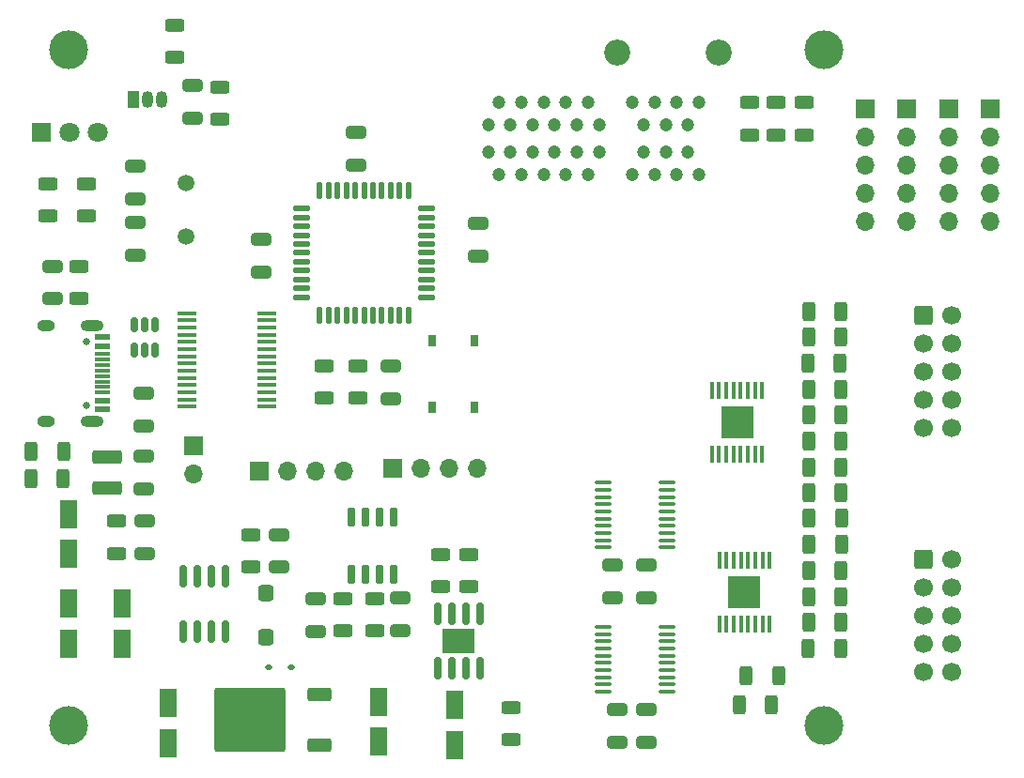
<source format=gbr>
%TF.GenerationSoftware,KiCad,Pcbnew,7.0.11-7.0.11~ubuntu22.04.1*%
%TF.CreationDate,2024-09-03T00:59:23+02:00*%
%TF.ProjectId,JTAGFinder,4a544147-4669-46e6-9465-722e6b696361,rev?*%
%TF.SameCoordinates,Original*%
%TF.FileFunction,Soldermask,Top*%
%TF.FilePolarity,Negative*%
%FSLAX46Y46*%
G04 Gerber Fmt 4.6, Leading zero omitted, Abs format (unit mm)*
G04 Created by KiCad (PCBNEW 7.0.11-7.0.11~ubuntu22.04.1) date 2024-09-03 00:59:23*
%MOMM*%
%LPD*%
G01*
G04 APERTURE LIST*
G04 Aperture macros list*
%AMRoundRect*
0 Rectangle with rounded corners*
0 $1 Rounding radius*
0 $2 $3 $4 $5 $6 $7 $8 $9 X,Y pos of 4 corners*
0 Add a 4 corners polygon primitive as box body*
4,1,4,$2,$3,$4,$5,$6,$7,$8,$9,$2,$3,0*
0 Add four circle primitives for the rounded corners*
1,1,$1+$1,$2,$3*
1,1,$1+$1,$4,$5*
1,1,$1+$1,$6,$7*
1,1,$1+$1,$8,$9*
0 Add four rect primitives between the rounded corners*
20,1,$1+$1,$2,$3,$4,$5,0*
20,1,$1+$1,$4,$5,$6,$7,0*
20,1,$1+$1,$6,$7,$8,$9,0*
20,1,$1+$1,$8,$9,$2,$3,0*%
G04 Aperture macros list end*
%ADD10R,1.700000X1.700000*%
%ADD11O,1.700000X1.700000*%
%ADD12R,0.750000X1.000000*%
%ADD13RoundRect,0.250000X0.850000X0.350000X-0.850000X0.350000X-0.850000X-0.350000X0.850000X-0.350000X0*%
%ADD14RoundRect,0.249997X2.950003X2.650003X-2.950003X2.650003X-2.950003X-2.650003X2.950003X-2.650003X0*%
%ADD15C,3.500000*%
%ADD16RoundRect,0.250000X-0.650000X0.325000X-0.650000X-0.325000X0.650000X-0.325000X0.650000X0.325000X0*%
%ADD17RoundRect,0.250000X-0.550000X1.050000X-0.550000X-1.050000X0.550000X-1.050000X0.550000X1.050000X0*%
%ADD18RoundRect,0.250000X0.650000X-0.325000X0.650000X0.325000X-0.650000X0.325000X-0.650000X-0.325000X0*%
%ADD19R,1.750000X0.450000*%
%ADD20RoundRect,0.137500X0.600000X0.137500X-0.600000X0.137500X-0.600000X-0.137500X0.600000X-0.137500X0*%
%ADD21RoundRect,0.137500X0.137500X0.600000X-0.137500X0.600000X-0.137500X-0.600000X0.137500X-0.600000X0*%
%ADD22RoundRect,0.250000X-0.312500X-0.625000X0.312500X-0.625000X0.312500X0.625000X-0.312500X0.625000X0*%
%ADD23RoundRect,0.150000X-0.150000X0.725000X-0.150000X-0.725000X0.150000X-0.725000X0.150000X0.725000X0*%
%ADD24RoundRect,0.250000X-0.625000X0.312500X-0.625000X-0.312500X0.625000X-0.312500X0.625000X0.312500X0*%
%ADD25RoundRect,0.250000X0.625000X-0.312500X0.625000X0.312500X-0.625000X0.312500X-0.625000X-0.312500X0*%
%ADD26RoundRect,0.150000X-0.150000X0.825000X-0.150000X-0.825000X0.150000X-0.825000X0.150000X0.825000X0*%
%ADD27RoundRect,0.350000X-0.350000X0.400000X-0.350000X-0.400000X0.350000X-0.400000X0.350000X0.400000X0*%
%ADD28RoundRect,0.250000X-0.600000X-0.600000X0.600000X-0.600000X0.600000X0.600000X-0.600000X0.600000X0*%
%ADD29C,1.700000*%
%ADD30RoundRect,0.100000X0.100000X-0.675000X0.100000X0.675000X-0.100000X0.675000X-0.100000X-0.675000X0*%
%ADD31R,3.000000X3.000000*%
%ADD32RoundRect,0.112500X0.187500X0.112500X-0.187500X0.112500X-0.187500X-0.112500X0.187500X-0.112500X0*%
%ADD33RoundRect,0.150000X0.150000X-0.512500X0.150000X0.512500X-0.150000X0.512500X-0.150000X-0.512500X0*%
%ADD34RoundRect,0.150000X0.150000X-0.825000X0.150000X0.825000X-0.150000X0.825000X-0.150000X-0.825000X0*%
%ADD35R,3.000000X2.290000*%
%ADD36R,1.800000X1.800000*%
%ADD37C,1.800000*%
%ADD38RoundRect,0.250000X-1.075000X0.375000X-1.075000X-0.375000X1.075000X-0.375000X1.075000X0.375000X0*%
%ADD39R,1.050000X1.500000*%
%ADD40O,1.050000X1.500000*%
%ADD41C,1.500000*%
%ADD42C,2.350000*%
%ADD43C,1.200000*%
%ADD44RoundRect,0.100000X0.637500X0.100000X-0.637500X0.100000X-0.637500X-0.100000X0.637500X-0.100000X0*%
%ADD45C,0.650000*%
%ADD46R,1.450000X0.600000*%
%ADD47R,1.450000X0.300000*%
%ADD48O,2.100000X1.000000*%
%ADD49O,1.600000X1.000000*%
G04 APERTURE END LIST*
D10*
%TO.C,J11*%
X120250000Y-98710000D03*
D11*
X120250000Y-101250000D03*
%TD*%
D12*
%TO.C,SW1*%
X141750000Y-95250000D03*
X141750000Y-89250000D03*
X145500000Y-95250000D03*
X145500000Y-89250000D03*
%TD*%
D13*
%TO.C,U1*%
X131590000Y-125730000D03*
D14*
X125290000Y-123450000D03*
D13*
X131590000Y-121170000D03*
%TD*%
D15*
%TO.C,H1*%
X177000000Y-124000000D03*
%TD*%
D16*
%TO.C,C24*%
X161000000Y-109525000D03*
X161000000Y-112475000D03*
%TD*%
D10*
%TO.C,J5*%
X138200000Y-100750000D03*
D11*
X140740000Y-100750000D03*
X143280000Y-100750000D03*
X145820000Y-100750000D03*
%TD*%
D17*
%TO.C,C16*%
X143750000Y-122150000D03*
X143750000Y-125750000D03*
%TD*%
D18*
%TO.C,C15*%
X115750000Y-96950000D03*
X115750000Y-94000000D03*
%TD*%
D16*
%TO.C,C4*%
X131250000Y-112525000D03*
X131250000Y-115475000D03*
%TD*%
D18*
%TO.C,C2*%
X126300000Y-83075000D03*
X126300000Y-80125000D03*
%TD*%
D16*
%TO.C,C26*%
X138000000Y-91525000D03*
X138000000Y-94475000D03*
%TD*%
D17*
%TO.C,C6*%
X108944000Y-113008000D03*
X108944000Y-116608000D03*
%TD*%
D10*
%TO.C,J7*%
X192000000Y-68380000D03*
D11*
X192000000Y-70920000D03*
X192000000Y-73460000D03*
X192000000Y-76000000D03*
X192000000Y-78540000D03*
%TD*%
D15*
%TO.C,H2*%
X177000000Y-63000000D03*
%TD*%
D18*
%TO.C,C8*%
X115722400Y-102619600D03*
X115722400Y-99669600D03*
%TD*%
D19*
%TO.C,U4*%
X126800000Y-95225000D03*
X126800000Y-94575000D03*
X126800000Y-93925000D03*
X126800000Y-93275000D03*
X126800000Y-92625000D03*
X126800000Y-91975000D03*
X126800000Y-91325000D03*
X126800000Y-90675000D03*
X126800000Y-90025000D03*
X126800000Y-89375000D03*
X126800000Y-88725000D03*
X126800000Y-88075000D03*
X126800000Y-87425000D03*
X126800000Y-86775000D03*
X119600000Y-86775000D03*
X119600000Y-87425000D03*
X119600000Y-88075000D03*
X119600000Y-88725000D03*
X119600000Y-89375000D03*
X119600000Y-90025000D03*
X119600000Y-90675000D03*
X119600000Y-91325000D03*
X119600000Y-91975000D03*
X119600000Y-92625000D03*
X119600000Y-93275000D03*
X119600000Y-93925000D03*
X119600000Y-94575000D03*
X119600000Y-95225000D03*
%TD*%
D16*
%TO.C,C5*%
X138870000Y-112505000D03*
X138870000Y-115455000D03*
%TD*%
D18*
%TO.C,C3*%
X145900000Y-81625000D03*
X145900000Y-78675000D03*
%TD*%
D20*
%TO.C,U13*%
X141250000Y-85350000D03*
X141250000Y-84550000D03*
X141250000Y-83750000D03*
X141250000Y-82950000D03*
X141250000Y-82150000D03*
X141250000Y-81350000D03*
X141250000Y-80550000D03*
X141250000Y-79750000D03*
X141250000Y-78950000D03*
X141250000Y-78150000D03*
X141250000Y-77350000D03*
D21*
X139587500Y-75687500D03*
X138787500Y-75687500D03*
X137987500Y-75687500D03*
X137187500Y-75687500D03*
X136387500Y-75687500D03*
X135587500Y-75687500D03*
X134787500Y-75687500D03*
X133987500Y-75687500D03*
X133187500Y-75687500D03*
X132387500Y-75687500D03*
X131587500Y-75687500D03*
D20*
X129925000Y-77350000D03*
X129925000Y-78150000D03*
X129925000Y-78950000D03*
X129925000Y-79750000D03*
X129925000Y-80550000D03*
X129925000Y-81350000D03*
X129925000Y-82150000D03*
X129925000Y-82950000D03*
X129925000Y-83750000D03*
X129925000Y-84550000D03*
X129925000Y-85350000D03*
D21*
X131587500Y-87012500D03*
X132387500Y-87012500D03*
X133187500Y-87012500D03*
X133987500Y-87012500D03*
X134787500Y-87012500D03*
X135587500Y-87012500D03*
X136387500Y-87012500D03*
X137187500Y-87012500D03*
X137987500Y-87012500D03*
X138787500Y-87012500D03*
X139587500Y-87012500D03*
%TD*%
D22*
%TO.C,R39*%
X105575000Y-99250000D03*
X108500000Y-99250000D03*
%TD*%
D23*
%TO.C,U2*%
X138270000Y-105200000D03*
X137000000Y-105200000D03*
X135730000Y-105200000D03*
X134460000Y-105200000D03*
X134460000Y-110350000D03*
X135730000Y-110350000D03*
X137000000Y-110350000D03*
X138270000Y-110350000D03*
%TD*%
D24*
%TO.C,R33*%
X170301548Y-67787500D03*
X170301548Y-70712500D03*
%TD*%
D17*
%TO.C,C11*%
X113800000Y-113000000D03*
X113800000Y-116600000D03*
%TD*%
D22*
%TO.C,R15*%
X175687800Y-105308400D03*
X178612800Y-105308400D03*
%TD*%
D24*
%TO.C,R11*%
X142500000Y-108537500D03*
X142500000Y-111462500D03*
%TD*%
D25*
%TO.C,R3*%
X133663000Y-115442500D03*
X133663000Y-112517500D03*
%TD*%
%TO.C,R4*%
X136554000Y-115442500D03*
X136554000Y-112517500D03*
%TD*%
%TO.C,R14*%
X109880400Y-85475000D03*
X109880400Y-82550000D03*
%TD*%
D22*
%TO.C,R20*%
X175626300Y-117017800D03*
X178551300Y-117017800D03*
%TD*%
D18*
%TO.C,C7*%
X115824000Y-108470500D03*
X115824000Y-105520500D03*
%TD*%
D25*
%TO.C,R8*%
X132000000Y-94462500D03*
X132000000Y-91537500D03*
%TD*%
D24*
%TO.C,L1*%
X113284000Y-105533000D03*
X113284000Y-108458000D03*
%TD*%
D25*
%TO.C,R7*%
X135000000Y-94462500D03*
X135000000Y-91537500D03*
%TD*%
D26*
%TO.C,U3*%
X123105000Y-110525000D03*
X121835000Y-110525000D03*
X120565000Y-110525000D03*
X119295000Y-110525000D03*
X119295000Y-115475000D03*
X120565000Y-115475000D03*
X121835000Y-115475000D03*
X123105000Y-115475000D03*
%TD*%
D22*
%TO.C,R18*%
X175651700Y-112344200D03*
X178576700Y-112344200D03*
%TD*%
D10*
%TO.C,J8*%
X180750000Y-68380000D03*
D11*
X180750000Y-70920000D03*
X180750000Y-73460000D03*
X180750000Y-76000000D03*
X180750000Y-78540000D03*
%TD*%
D27*
%TO.C,L2*%
X126750000Y-112000000D03*
X126750000Y-116000000D03*
%TD*%
D28*
%TO.C,J1*%
X186000000Y-109000000D03*
D29*
X188540000Y-109000000D03*
X186000000Y-111540000D03*
X188540000Y-111540000D03*
X186000000Y-114080000D03*
X188540000Y-114080000D03*
X186000000Y-116620000D03*
X188540000Y-116620000D03*
X186000000Y-119160000D03*
X188540000Y-119160000D03*
%TD*%
D16*
%TO.C,C23*%
X161000000Y-122525000D03*
X161000000Y-125475000D03*
%TD*%
D30*
%TO.C,U11*%
X167600000Y-114850000D03*
X168250000Y-114850000D03*
X168900000Y-114850000D03*
X169550000Y-114850000D03*
X170200000Y-114850000D03*
X170850000Y-114850000D03*
X171500000Y-114850000D03*
X172150000Y-114850000D03*
X172150000Y-109100000D03*
X171500000Y-109100000D03*
X170850000Y-109100000D03*
X170200000Y-109100000D03*
X169550000Y-109100000D03*
X168900000Y-109100000D03*
X168250000Y-109100000D03*
X167600000Y-109100000D03*
D31*
X169875000Y-111975000D03*
%TD*%
D10*
%TO.C,J10*%
X188250000Y-68380000D03*
D11*
X188250000Y-70920000D03*
X188250000Y-73460000D03*
X188250000Y-76000000D03*
X188250000Y-78540000D03*
%TD*%
D22*
%TO.C,R30*%
X175637000Y-93635284D03*
X178562000Y-93635284D03*
%TD*%
D32*
%TO.C,D1*%
X129050000Y-118750000D03*
X126950000Y-118750000D03*
%TD*%
D22*
%TO.C,R28*%
X175637000Y-95975712D03*
X178562000Y-95975712D03*
%TD*%
D16*
%TO.C,C9*%
X127940000Y-106762500D03*
X127940000Y-109712500D03*
%TD*%
D28*
%TO.C,J2*%
X186000000Y-87000000D03*
D29*
X188540000Y-87000000D03*
X186000000Y-89540000D03*
X188540000Y-89540000D03*
X186000000Y-92080000D03*
X188540000Y-92080000D03*
X186000000Y-94620000D03*
X188540000Y-94620000D03*
X186000000Y-97160000D03*
X188540000Y-97160000D03*
%TD*%
D22*
%TO.C,R19*%
X175637000Y-114681000D03*
X178562000Y-114681000D03*
%TD*%
D33*
%TO.C,U6*%
X114850000Y-90137500D03*
X115800000Y-90137500D03*
X116750000Y-90137500D03*
X116750000Y-87862500D03*
X115800000Y-87862500D03*
X114850000Y-87862500D03*
%TD*%
D22*
%TO.C,R24*%
X175637000Y-100656568D03*
X178562000Y-100656568D03*
%TD*%
%TO.C,R29*%
X175575500Y-91294856D03*
X178500500Y-91294856D03*
%TD*%
D15*
%TO.C,H4*%
X109000000Y-124000000D03*
%TD*%
D10*
%TO.C,J9*%
X184500000Y-68380000D03*
D11*
X184500000Y-70920000D03*
X184500000Y-73460000D03*
X184500000Y-76000000D03*
X184500000Y-78540000D03*
%TD*%
D22*
%TO.C,R22*%
X169400000Y-122075000D03*
X172325000Y-122075000D03*
%TD*%
%TO.C,R23*%
X175637000Y-102997000D03*
X178562000Y-102997000D03*
%TD*%
D34*
%TO.C,U7*%
X142190000Y-118850000D03*
X143460000Y-118850000D03*
X144730000Y-118850000D03*
X146000000Y-118850000D03*
X146000000Y-113900000D03*
X144730000Y-113900000D03*
X143460000Y-113900000D03*
X142190000Y-113900000D03*
D35*
X144095000Y-116375000D03*
%TD*%
D22*
%TO.C,R40*%
X105537500Y-101750000D03*
X108462500Y-101750000D03*
%TD*%
%TO.C,R26*%
X175637000Y-98316140D03*
X178562000Y-98316140D03*
%TD*%
%TO.C,R27*%
X175637000Y-88954428D03*
X178562000Y-88954428D03*
%TD*%
D17*
%TO.C,C14*%
X117960000Y-121950000D03*
X117960000Y-125550000D03*
%TD*%
D24*
%TO.C,R5*%
X125400000Y-106775000D03*
X125400000Y-109700000D03*
%TD*%
D25*
%TO.C,R12*%
X107064599Y-78033900D03*
X107064599Y-75108900D03*
%TD*%
D10*
%TO.C,J3*%
X126170000Y-101000000D03*
D11*
X128710000Y-101000000D03*
X131250000Y-101000000D03*
X133790000Y-101000000D03*
%TD*%
D22*
%TO.C,R25*%
X175641000Y-86614000D03*
X178566000Y-86614000D03*
%TD*%
D18*
%TO.C,C1*%
X120125001Y-69175000D03*
X120125001Y-66225000D03*
%TD*%
%TO.C,C19*%
X107480398Y-85487500D03*
X107480398Y-82537500D03*
%TD*%
D16*
%TO.C,C21*%
X158000000Y-109525000D03*
X158000000Y-112475000D03*
%TD*%
%TO.C,C18*%
X114950000Y-73545001D03*
X114950000Y-76495001D03*
%TD*%
D36*
%TO.C,D2*%
X106527600Y-70510400D03*
D37*
X109067600Y-70510400D03*
X111607600Y-70510400D03*
%TD*%
D24*
%TO.C,R1*%
X122600000Y-66375000D03*
X122600000Y-69300000D03*
%TD*%
D15*
%TO.C,H3*%
X109000000Y-63000000D03*
%TD*%
D24*
%TO.C,R31*%
X172750000Y-67787500D03*
X172750000Y-70712500D03*
%TD*%
D18*
%TO.C,C17*%
X114950000Y-81575000D03*
X114950000Y-78625000D03*
%TD*%
%TO.C,C27*%
X134850000Y-73399999D03*
X134850000Y-70449999D03*
%TD*%
D22*
%TO.C,R16*%
X175677100Y-107645200D03*
X178602100Y-107645200D03*
%TD*%
D38*
%TO.C,F1*%
X112420400Y-99744600D03*
X112420400Y-102544600D03*
%TD*%
D17*
%TO.C,C12*%
X136900000Y-121850000D03*
X136900000Y-125450000D03*
%TD*%
D39*
%TO.C,Q1*%
X114834998Y-67475000D03*
D40*
X116104998Y-67475000D03*
X117374998Y-67475000D03*
%TD*%
D22*
%TO.C,R21*%
X170000000Y-119500000D03*
X172925000Y-119500000D03*
%TD*%
D16*
%TO.C,C20*%
X158400000Y-122525000D03*
X158400000Y-125475000D03*
%TD*%
D41*
%TO.C,Y1*%
X119522000Y-79895000D03*
X119522000Y-75015000D03*
%TD*%
D42*
%TO.C,J6*%
X167565000Y-63275000D03*
X158415000Y-63275000D03*
D43*
X146765000Y-69775000D03*
X147765000Y-67775000D03*
X148765000Y-69775000D03*
X149765000Y-67775000D03*
X150765000Y-69775000D03*
X151765000Y-67775000D03*
X152765000Y-69775000D03*
X153765000Y-67775000D03*
X155765000Y-67775000D03*
X154765000Y-69775000D03*
X156765000Y-69775000D03*
X159765000Y-67775000D03*
X160765000Y-69775000D03*
X161765000Y-67775000D03*
X162765000Y-69775000D03*
X163765000Y-67775000D03*
X164765000Y-69775000D03*
X165765000Y-67775000D03*
X146765000Y-72275000D03*
X147765000Y-74275000D03*
X148765000Y-72275000D03*
X149765000Y-74275000D03*
X150765000Y-72275000D03*
X151765000Y-74275000D03*
X152765000Y-72275000D03*
X153765000Y-74275000D03*
X154765000Y-72275000D03*
X155765000Y-74275000D03*
X156765000Y-72275000D03*
X159765000Y-74275000D03*
X160765000Y-72275000D03*
X161765000Y-74275000D03*
X162765000Y-72275000D03*
X163765000Y-74275000D03*
X164765000Y-72275000D03*
X165765000Y-74275000D03*
%TD*%
D30*
%TO.C,U12*%
X166925000Y-99525000D03*
X167575000Y-99525000D03*
X168225000Y-99525000D03*
X168875000Y-99525000D03*
X169525000Y-99525000D03*
X170175000Y-99525000D03*
X170825000Y-99525000D03*
X171475000Y-99525000D03*
X171475000Y-93775000D03*
X170825000Y-93775000D03*
X170175000Y-93775000D03*
X169525000Y-93775000D03*
X168875000Y-93775000D03*
X168225000Y-93775000D03*
X167575000Y-93775000D03*
X166925000Y-93775000D03*
D31*
X169200000Y-96650000D03*
%TD*%
D24*
%TO.C,R10*%
X145000000Y-108537500D03*
X145000000Y-111462500D03*
%TD*%
D22*
%TO.C,R17*%
X175651700Y-110007400D03*
X178576700Y-110007400D03*
%TD*%
D44*
%TO.C,U8*%
X162862500Y-120925000D03*
X162862500Y-120275000D03*
X162862500Y-119625000D03*
X162862500Y-118975000D03*
X162862500Y-118325000D03*
X162862500Y-117675000D03*
X162862500Y-117025000D03*
X162862500Y-116375000D03*
X162862500Y-115725000D03*
X162862500Y-115075000D03*
X157137500Y-115075000D03*
X157137500Y-115725000D03*
X157137500Y-116375000D03*
X157137500Y-117025000D03*
X157137500Y-117675000D03*
X157137500Y-118325000D03*
X157137500Y-118975000D03*
X157137500Y-119625000D03*
X157137500Y-120275000D03*
X157137500Y-120925000D03*
%TD*%
D24*
%TO.C,R32*%
X175250000Y-67787500D03*
X175250000Y-70712500D03*
%TD*%
D45*
%TO.C,J4*%
X110584000Y-89310000D03*
X110584000Y-95090000D03*
D46*
X112029000Y-88950000D03*
X112029000Y-89750000D03*
D47*
X112029000Y-90950000D03*
X112029000Y-91950000D03*
X112029000Y-92450000D03*
X112029000Y-93450000D03*
D46*
X112029000Y-94650000D03*
X112029000Y-95450000D03*
X112029000Y-95450000D03*
X112029000Y-94650000D03*
D47*
X112029000Y-93950000D03*
X112029000Y-92950000D03*
X112029000Y-91450000D03*
X112029000Y-90450000D03*
D46*
X112029000Y-89750000D03*
X112029000Y-88950000D03*
D48*
X111114000Y-87880000D03*
D49*
X106934000Y-87880000D03*
D48*
X111114000Y-96520000D03*
D49*
X106934000Y-96520000D03*
%TD*%
D17*
%TO.C,C10*%
X108937200Y-104902000D03*
X108937200Y-108502000D03*
%TD*%
D44*
%TO.C,U9*%
X162862500Y-107925000D03*
X162862500Y-107275000D03*
X162862500Y-106625000D03*
X162862500Y-105975000D03*
X162862500Y-105325000D03*
X162862500Y-104675000D03*
X162862500Y-104025000D03*
X162862500Y-103375000D03*
X162862500Y-102725000D03*
X162862500Y-102075000D03*
X157137500Y-102075000D03*
X157137500Y-102725000D03*
X157137500Y-103375000D03*
X157137500Y-104025000D03*
X157137500Y-104675000D03*
X157137500Y-105325000D03*
X157137500Y-105975000D03*
X157137500Y-106625000D03*
X157137500Y-107275000D03*
X157137500Y-107925000D03*
%TD*%
D25*
%TO.C,R13*%
X110583601Y-78033900D03*
X110583601Y-75108900D03*
%TD*%
D24*
%TO.C,R9*%
X148800000Y-122337500D03*
X148800000Y-125262500D03*
%TD*%
D25*
%TO.C,R2*%
X118500000Y-63712500D03*
X118500000Y-60787500D03*
%TD*%
M02*

</source>
